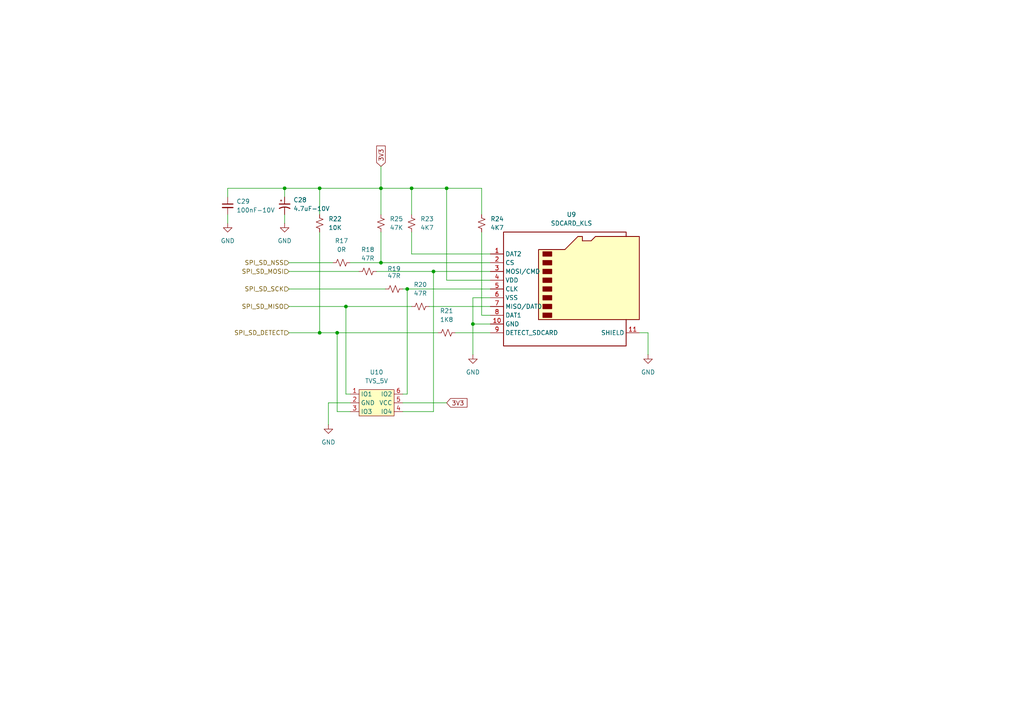
<source format=kicad_sch>
(kicad_sch (version 20250114) (generator "eeschema") (generator_version "9.0")
  (paper "A4")
  (lib_symbols
    (symbol "Device:C_Polarized_Small_US" (pin_numbers (hide yes)) (pin_names (offset 0.254) (hide yes))
      (property "Reference" "C" (at 0.254 1.778 0))
      (property "Value" "C_Polarized_Small_US" (at 0.254 -2.032 0))
      (symbol "C_Polarized_Small_US_0_1"
        (polyline (pts (xy -1.524 0.508) (xy 1.524 0.508)) (stroke (width 0.3048)))
        (polyline (pts (xy -1.27 1.524) (xy -0.762 1.524)))
        (polyline (pts (xy -1.016 1.27) (xy -1.016 1.778)))
        (arc (start -1.524 -0.762) (mid 0 -0.3734) (end 1.524 -0.762) (stroke (width 0.3048)))
      )
      (symbol "C_Polarized_Small_US_1_1"
        (pin passive line (at 0 2.54 270) (length 2.032) (name "~") (number "1"))
        (pin passive line (at 0 -2.54 90) (length 2.032) (name "~") (number "2"))
      )
    )
    (symbol "Device:C_Small" (pin_numbers (hide yes)) (pin_names (offset 0.254) (hide yes))
      (property "Reference" "C" (at 0.254 1.778 0))
      (property "Value" "C_Small" (at 0.254 -2.032 0))
      (symbol "C_Small_0_1"
        (polyline (pts (xy -1.524 0.508) (xy 1.524 0.508)) (stroke (width 0.3048)))
        (polyline (pts (xy -1.524 -0.508) (xy 1.524 -0.508)) (stroke (width 0.3302)))
      )
      (symbol "C_Small_1_1"
        (pin passive line (at 0 2.54 270) (length 2.032) (name "~") (number "1"))
        (pin passive line (at 0 -2.54 90) (length 2.032) (name "~") (number "2"))
      )
    )
    (symbol "Device:R_Small_US" (pin_numbers (hide yes)) (pin_names (offset 0.254) (hide yes))
      (property "Reference" "R" (at 0.762 0.508 0))
      (property "Value" "R_Small_US" (at 0.762 -1.016 0))
      (symbol "R_Small_US_1_1"
        (polyline (pts (xy 0 1.524) (xy 1.016 1.143) (xy 0 0.762) (xy -1.016 0.381) (xy 0 0)))
        (polyline (pts (xy 0 0) (xy 1.016 -0.381) (xy 0 -0.762) (xy -1.016 -1.143) (xy 0 -1.524)))
        (pin passive line (at 0 2.54 270) (length 1.016) (name "~") (number "1"))
        (pin passive line (at 0 -2.54 90) (length 1.016) (name "~") (number "2"))
      )
    )
    (symbol "User_Libraries:SDCARD_KLS"
      (property "Reference" "U" (at -0.508 18.542 0))
      (property "Value" "SDCARD_KLS" (at -0.254 -20.828 0))
      (symbol "SDCARD_KLS_0_1"
        (polyline (pts (xy -8.89 -10.16) (xy -8.89 10.16) (xy -1.27 10.16) (xy 2.54 13.97) (xy 3.81 13.97) (xy 3.81 12.7) (xy 6.35 12.7) (xy 7.62 13.97) (xy 20.32 13.97) (xy 20.32 -10.16) (xy -8.89 -10.16)) (stroke (width 0.254)) (fill (type background)))
        (rectangle (start -7.62 9.525) (end -5.08 8.255) (stroke (width 0.254)) (fill (type outline)))
        (rectangle (start -7.62 6.985) (end -5.08 5.715) (stroke (width 0.254)) (fill (type outline)))
        (rectangle (start -7.62 4.445) (end -5.08 3.175) (stroke (width 0.254)) (fill (type outline)))
        (rectangle (start -7.62 1.905) (end -5.08 0.635) (stroke (width 0.254)) (fill (type outline)))
        (rectangle (start -7.62 -0.635) (end -5.08 -1.905) (stroke (width 0.254)) (fill (type outline)))
        (rectangle (start -7.62 -3.175) (end -5.08 -4.445) (stroke (width 0.254)) (fill (type outline)))
        (rectangle (start -7.62 -5.715) (end -5.08 -6.985) (stroke (width 0.254)) (fill (type outline)))
        (rectangle (start -7.62 -8.255) (end -5.08 -9.525) (stroke (width 0.254)) (fill (type outline)))
        (polyline (pts (xy 16.51 13.97) (xy 16.51 15.24) (xy -19.05 15.24) (xy -19.05 -17.78) (xy 16.51 -17.78) (xy 16.51 -10.16)) (stroke (width 0.254)))
      )
      (symbol "SDCARD_KLS_1_1"
        (pin bidirectional line (at -22.86 8.89 0) (length 3.81) (name "DAT2") (number "1"))
        (pin bidirectional line (at -22.86 6.35 0) (length 3.81) (name "CS") (number "2"))
        (pin input line (at -22.86 3.81 0) (length 3.81) (name "MOSI/CMD") (number "3"))
        (pin power_in line (at -22.86 1.27 0) (length 3.81) (name "VDD") (number "4"))
        (pin input line (at -22.86 -1.27 0) (length 3.81) (name "CLK") (number "5"))
        (pin power_in line (at -22.86 -3.81 0) (length 3.81) (name "VSS") (number "6"))
        (pin bidirectional line (at -22.86 -6.35 0) (length 3.81) (name "MISO/DAT0") (number "7"))
        (pin bidirectional line (at -22.86 -8.89 0) (length 3.81) (name "DAT1") (number "8"))
        (pin passive line (at -22.86 -11.43 0) (length 3.81) (name "GND") (number "10"))
        (pin passive line (at -22.86 -13.97 0) (length 3.81) (name "DETECT_SDCARD") (number "9"))
        (pin passive line (at 20.32 -13.97 180) (length 3.81) (name "SHIELD") (number "11"))
      )
    )
    (symbol "User_Libraries:TVS_5V"
      (property "Reference" "U" (at -0.254 5.334 0))
      (property "Value" "TVS_5V" (at 0 -5.334 0))
      (symbol "TVS_5V_1_1"
        (rectangle (start -5.08 3.81) (end 5.08 -3.81) (fill (type background)))
        (pin input line (at -7.62 2.54 0) (length 2.54) (name "IO1") (number "1"))
        (pin input line (at -7.62 0 0) (length 2.54) (name "GND") (number "2"))
        (pin input line (at -7.62 -2.54 0) (length 2.54) (name "IO3") (number "3"))
        (pin input line (at 7.62 2.54 180) (length 2.54) (name "IO2") (number "6"))
        (pin input line (at 7.62 0 180) (length 2.54) (name "VCC") (number "5"))
        (pin input line (at 7.62 -2.54 180) (length 2.54) (name "IO4") (number "4"))
      )
    )
    (symbol "power:GND" (power) (pin_numbers (hide yes)) (pin_names (offset 0) (hide yes))
      (property "Value" "GND" (at 0 -3.81 0))
      (symbol "GND_0_1"
        (polyline (pts (xy 0 0) (xy 0 -1.27) (xy 1.27 -1.27) (xy 0 -2.54) (xy -1.27 -1.27) (xy 0 -1.27)))
      )
      (symbol "GND_1_1"
        (pin power_in line (at 0 0 270) (length 0) (name "~") (number "1"))
      )
    )
  )
  (junction (at 92.71 96.52))
  (junction (at 119.38 54.61))
  (junction (at 137.16 93.98))
  (junction (at 118.11 83.82))
  (junction (at 100.33 88.9))
  (junction (at 129.54 54.61))
  (junction (at 92.71 54.61))
  (junction (at 82.55 54.61))
  (junction (at 110.49 76.2))
  (junction (at 110.49 54.61))
  (junction (at 97.79 96.52))
  (junction (at 125.73 78.74))
  (wire (pts (xy 83.82 83.82) (xy 111.76 83.82)))
  (wire (pts (xy 109.22 78.74) (xy 125.73 78.74)))
  (wire (pts (xy 132.08 96.52) (xy 142.24 96.52)))
  (wire (pts (xy 95.25 116.84) (xy 101.6 116.84)))
  (wire (pts (xy 82.55 54.61) (xy 82.55 57.15)))
  (wire (pts (xy 92.71 54.61) (xy 92.71 62.23)))
  (wire (pts (xy 125.73 78.74) (xy 142.24 78.74)))
  (wire (pts (xy 66.04 54.61) (xy 82.55 54.61)))
  (wire (pts (xy 95.25 123.19) (xy 95.25 116.84)))
  (wire (pts (xy 118.11 83.82) (xy 118.11 114.3)))
  (wire (pts (xy 66.04 62.23) (xy 66.04 64.77)))
  (wire (pts (xy 82.55 62.23) (xy 82.55 64.77)))
  (wire (pts (xy 66.04 54.61) (xy 66.04 57.15)))
  (wire (pts (xy 110.49 54.61) (xy 92.71 54.61)))
  (wire (pts (xy 119.38 54.61) (xy 129.54 54.61)))
  (wire (pts (xy 83.82 96.52) (xy 92.71 96.52)))
  (wire (pts (xy 129.54 54.61) (xy 139.7 54.61)))
  (wire (pts (xy 124.46 88.9) (xy 142.24 88.9)))
  (wire (pts (xy 110.49 54.61) (xy 119.38 54.61)))
  (wire (pts (xy 139.7 67.31) (xy 139.7 91.44)))
  (wire (pts (xy 118.11 83.82) (xy 142.24 83.82)))
  (wire (pts (xy 110.49 76.2) (xy 142.24 76.2)))
  (wire (pts (xy 92.71 96.52) (xy 97.79 96.52)))
  (wire (pts (xy 110.49 48.26) (xy 110.49 54.61)))
  (wire (pts (xy 129.54 54.61) (xy 129.54 81.28)))
  (wire (pts (xy 101.6 114.3) (xy 100.33 114.3)))
  (wire (pts (xy 101.6 76.2) (xy 110.49 76.2)))
  (wire (pts (xy 100.33 88.9) (xy 100.33 114.3)))
  (wire (pts (xy 92.71 67.31) (xy 92.71 96.52)))
  (wire (pts (xy 119.38 54.61) (xy 119.38 62.23)))
  (wire (pts (xy 137.16 86.36) (xy 142.24 86.36)))
  (wire (pts (xy 97.79 96.52) (xy 127 96.52)))
  (wire (pts (xy 83.82 76.2) (xy 96.52 76.2)))
  (wire (pts (xy 139.7 54.61) (xy 139.7 62.23)))
  (wire (pts (xy 100.33 88.9) (xy 119.38 88.9)))
  (wire (pts (xy 116.84 119.38) (xy 125.73 119.38)))
  (wire (pts (xy 110.49 67.31) (xy 110.49 76.2)))
  (wire (pts (xy 83.82 88.9) (xy 100.33 88.9)))
  (wire (pts (xy 137.16 86.36) (xy 137.16 93.98)))
  (wire (pts (xy 137.16 93.98) (xy 142.24 93.98)))
  (wire (pts (xy 119.38 67.31) (xy 119.38 73.66)))
  (wire (pts (xy 116.84 83.82) (xy 118.11 83.82)))
  (wire (pts (xy 119.38 73.66) (xy 142.24 73.66)))
  (wire (pts (xy 97.79 119.38) (xy 101.6 119.38)))
  (wire (pts (xy 125.73 78.74) (xy 125.73 119.38)))
  (wire (pts (xy 97.79 96.52) (xy 97.79 119.38)))
  (wire (pts (xy 187.96 96.52) (xy 187.96 102.87)))
  (wire (pts (xy 142.24 81.28) (xy 129.54 81.28)))
  (wire (pts (xy 185.42 96.52) (xy 187.96 96.52)))
  (wire (pts (xy 83.82 78.74) (xy 104.14 78.74)))
  (wire (pts (xy 137.16 93.98) (xy 137.16 102.87)))
  (wire (pts (xy 116.84 116.84) (xy 129.54 116.84)))
  (wire (pts (xy 92.71 54.61) (xy 82.55 54.61)))
  (wire (pts (xy 116.84 114.3) (xy 118.11 114.3)))
  (wire (pts (xy 142.24 91.44) (xy 139.7 91.44)))
  (wire (pts (xy 110.49 62.23) (xy 110.49 54.61)))
  (global_label "3V3" (shape input) (at 129.54 116.84 0) (property "Intersheetrefs" "${INTERSHEET_REFS}" (effects (hide yes))))
  (global_label "3V3" (shape input) (at 110.49 48.26 90) (property "Intersheetrefs" "${INTERSHEET_REFS}" (effects (hide yes))))
  (hierarchical_label "SPI_SD_MISO" (shape input) (at 83.82 88.9 180))
  (hierarchical_label "SPI_SD_MOSI" (shape input) (at 83.82 78.74 180))
  (hierarchical_label "SPI_SD_SCK" (shape input) (at 83.82 83.82 180))
  (hierarchical_label "SPI_SD_DETECT" (shape input) (at 83.82 96.52 180))
  (hierarchical_label "SPI_SD_NSS" (shape input) (at 83.82 76.2 180))
  (symbol (lib_id "power:GND") (at 95.25 123.19 0) (unit 1)
    (property "Reference" "#PWR029" (effects (hide yes)))
    (property "Value" "GND" (at 95.25 128.27 0))
    (property "Description" "Power symbol creates a global label with name \"GND\" , ground" (effects (hide yes)))
  )
  (symbol (lib_id "power:GND") (at 137.16 102.87 0) (unit 1)
    (property "Reference" "#PWR027" (effects (hide yes)))
    (property "Value" "GND" (at 137.16 107.95 0))
    (property "Description" "Power symbol creates a global label with name \"GND\" , ground" (effects (hide yes)))
  )
  (symbol (lib_id "Device:R_Small_US") (at 110.49 64.77 180) (unit 1)
    (property "Reference" "R25" (at 113.03 63.4999 0) (effects (justify right)))
    (property "Value" "47K" (at 113.03 66.0399 0) (effects (justify right)))
    (property "Footprint" "Resistor_SMD:R_0805_2012Metric_Pad1.20x1.40mm_HandSolder" (effects (hide yes)))
    (property "Description" "Resistor, small US symbol" (effects (hide yes)))
  )
  (symbol (lib_id "Device:C_Polarized_Small_US") (at 82.55 59.69 0) (unit 1)
    (property "Reference" "C28" (at 85.09 57.9881 0) (effects (justify left)))
    (property "Value" "4.7uF-10V" (at 85.09 60.5281 0) (effects (justify left)))
    (property "Footprint" "Capacitor_Tantalum_SMD:CP_EIA-3528-21_Kemet-B_HandSolder" (effects (hide yes)))
    (property "Description" "Polarized capacitor, small US symbol" (effects (hide yes)))
  )
  (symbol (lib_id "Device:R_Small_US") (at 119.38 64.77 180) (unit 1)
    (property "Reference" "R23" (at 121.92 63.4999 0) (effects (justify right)))
    (property "Value" "4K7" (at 121.92 66.0399 0) (effects (justify right)))
    (property "Footprint" "Resistor_SMD:R_0805_2012Metric_Pad1.20x1.40mm_HandSolder" (effects (hide yes)))
    (property "Description" "Resistor, small US symbol" (effects (hide yes)))
  )
  (symbol (lib_id "power:GND") (at 66.04 64.77 0) (unit 1)
    (property "Reference" "#PWR031" (effects (hide yes)))
    (property "Value" "GND" (at 66.04 69.85 0))
    (property "Description" "Power symbol creates a global label with name \"GND\" , ground" (effects (hide yes)))
  )
  (symbol (lib_id "Device:R_Small_US") (at 129.54 96.52 90) (unit 1)
    (property "Reference" "R21" (at 129.54 90.17 90))
    (property "Value" "1K8" (at 129.54 92.71 90))
    (property "Footprint" "Resistor_SMD:R_0805_2012Metric_Pad1.20x1.40mm_HandSolder" (effects (hide yes)))
    (property "Description" "Resistor, small US symbol" (effects (hide yes)))
  )
  (symbol (lib_id "Device:R_Small_US") (at 114.3 83.82 90) (unit 1)
    (property "Reference" "R19" (at 114.3 77.978 90))
    (property "Value" "47R" (at 114.3 80.01 90))
    (property "Footprint" "Resistor_SMD:R_0805_2012Metric_Pad1.20x1.40mm_HandSolder" (effects (hide yes)))
    (property "Description" "Resistor, small US symbol" (effects (hide yes)))
  )
  (symbol (lib_id "Device:R_Small_US") (at 106.68 78.74 90) (unit 1)
    (property "Reference" "R18" (at 106.68 72.39 90))
    (property "Value" "47R" (at 106.68 74.93 90))
    (property "Footprint" "Resistor_SMD:R_0805_2012Metric_Pad1.20x1.40mm_HandSolder" (effects (hide yes)))
    (property "Description" "Resistor, small US symbol" (effects (hide yes)))
  )
  (symbol (lib_id "Device:R_Small_US") (at 99.06 76.2 90) (unit 1)
    (property "Reference" "R17" (at 99.06 69.85 90))
    (property "Value" "0R" (at 99.06 72.39 90))
    (property "Footprint" "Resistor_SMD:R_0805_2012Metric_Pad1.20x1.40mm_HandSolder" (effects (hide yes)))
    (property "Description" "Resistor, small US symbol" (effects (hide yes)))
  )
  (symbol (lib_id "Device:R_Small_US") (at 121.92 88.9 90) (unit 1)
    (property "Reference" "R20" (at 121.92 82.55 90))
    (property "Value" "47R" (at 121.92 85.09 90))
    (property "Footprint" "Resistor_SMD:R_0805_2012Metric_Pad1.20x1.40mm_HandSolder" (effects (hide yes)))
    (property "Description" "Resistor, small US symbol" (effects (hide yes)))
  )
  (symbol (lib_id "Device:C_Small") (at 66.04 59.69 0) (unit 1)
    (property "Reference" "C29" (at 68.58 58.4262 0) (effects (justify left)))
    (property "Value" "100nF-10V" (at 68.58 60.9662 0) (effects (justify left)))
    (property "Footprint" "Capacitor_SMD:C_0805_2012Metric_Pad1.18x1.45mm_HandSolder" (effects (hide yes)))
    (property "Description" "Unpolarized capacitor, small symbol" (effects (hide yes)))
  )
  (symbol (lib_id "Device:R_Small_US") (at 92.71 64.77 180) (unit 1)
    (property "Reference" "R22" (at 95.25 63.4999 0) (effects (justify right)))
    (property "Value" "10K" (at 95.25 66.0399 0) (effects (justify right)))
    (property "Footprint" "Resistor_SMD:R_0805_2012Metric_Pad1.20x1.40mm_HandSolder" (effects (hide yes)))
    (property "Description" "Resistor, small US symbol" (effects (hide yes)))
  )
  (symbol (lib_id "User_Libraries:TVS_5V") (at 109.22 116.84 0) (unit 1)
    (property "Reference" "U10" (at 109.22 107.95 0))
    (property "Value" "TVS_5V" (at 109.22 110.49 0))
    (property "Footprint" "My_Library:TVS_5V" (effects (hide yes)))
  )
  (symbol (lib_id "power:GND") (at 82.55 64.77 0) (unit 1)
    (property "Reference" "#PWR030" (effects (hide yes)))
    (property "Value" "GND" (at 82.55 69.85 0))
    (property "Description" "Power symbol creates a global label with name \"GND\" , ground" (effects (hide yes)))
  )
  (symbol (lib_id "power:GND") (at 187.96 102.87 0) (unit 1)
    (property "Reference" "#PWR028" (effects (hide yes)))
    (property "Value" "GND" (at 187.96 107.95 0))
    (property "Description" "Power symbol creates a global label with name \"GND\" , ground" (effects (hide yes)))
  )
  (symbol (lib_id "Device:R_Small_US") (at 139.7 64.77 180) (unit 1)
    (property "Reference" "R24" (at 142.24 63.4999 0) (effects (justify right)))
    (property "Value" "4K7" (at 142.24 66.0399 0) (effects (justify right)))
    (property "Footprint" "Resistor_SMD:R_0805_2012Metric_Pad1.20x1.40mm_HandSolder" (effects (hide yes)))
    (property "Description" "Resistor, small US symbol" (effects (hide yes)))
  )
  (symbol (lib_id "User_Libraries:SDCARD_KLS") (at 165.1 82.55 0) (unit 1)
    (property "Reference" "U9" (at 165.735 62.23 0))
    (property "Value" "SDCARD_KLS" (at 165.735 64.77 0))
    (property "Footprint" "My_Library:L-KLS1-TF-003-SDCARD" (effects (hide yes)))
  )
)
</source>
